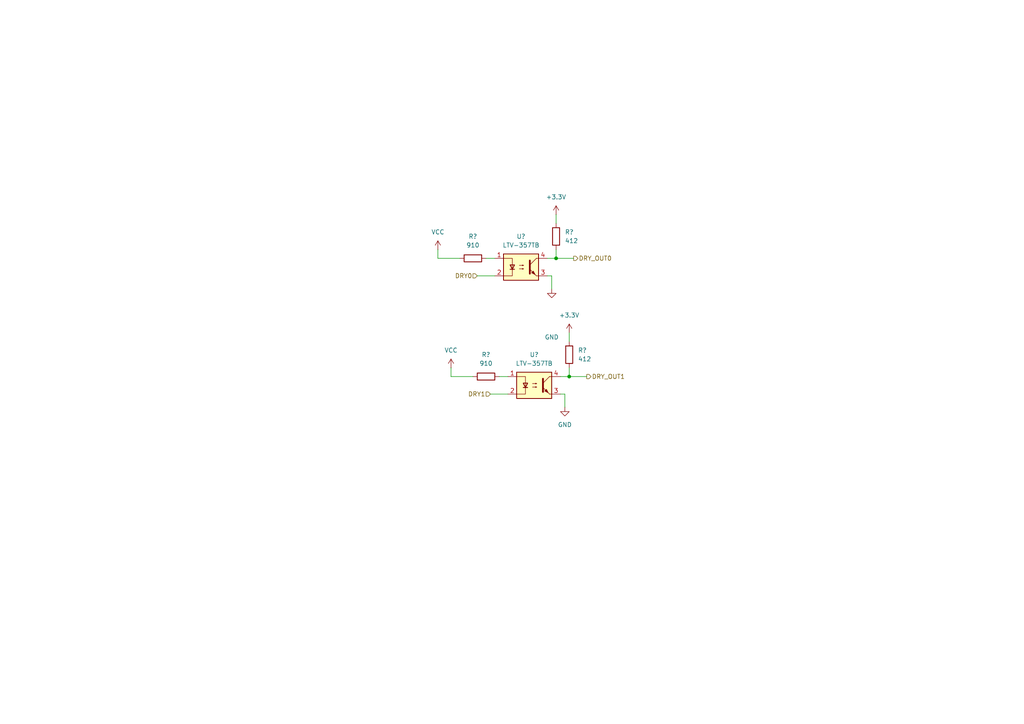
<source format=kicad_sch>
(kicad_sch
	(version 20250114)
	(generator "eeschema")
	(generator_version "9.0")
	(uuid "31d813c0-3519-4fd5-a836-e3af338a3e67")
	(paper "A4")
	(lib_symbols
		(symbol "Device:R"
			(pin_numbers
				(hide yes)
			)
			(pin_names
				(offset 0)
			)
			(exclude_from_sim no)
			(in_bom yes)
			(on_board yes)
			(property "Reference" "R"
				(at 2.032 0 90)
				(effects
					(font
						(size 1.27 1.27)
					)
				)
			)
			(property "Value" "R"
				(at 0 0 90)
				(effects
					(font
						(size 1.27 1.27)
					)
				)
			)
			(property "Footprint" ""
				(at -1.778 0 90)
				(effects
					(font
						(size 1.27 1.27)
					)
					(hide yes)
				)
			)
			(property "Datasheet" "~"
				(at 0 0 0)
				(effects
					(font
						(size 1.27 1.27)
					)
					(hide yes)
				)
			)
			(property "Description" "Resistor"
				(at 0 0 0)
				(effects
					(font
						(size 1.27 1.27)
					)
					(hide yes)
				)
			)
			(property "ki_keywords" "R res resistor"
				(at 0 0 0)
				(effects
					(font
						(size 1.27 1.27)
					)
					(hide yes)
				)
			)
			(property "ki_fp_filters" "R_*"
				(at 0 0 0)
				(effects
					(font
						(size 1.27 1.27)
					)
					(hide yes)
				)
			)
			(symbol "R_0_1"
				(rectangle
					(start -1.016 -2.54)
					(end 1.016 2.54)
					(stroke
						(width 0.254)
						(type default)
					)
					(fill
						(type none)
					)
				)
			)
			(symbol "R_1_1"
				(pin passive line
					(at 0 3.81 270)
					(length 1.27)
					(name "~"
						(effects
							(font
								(size 1.27 1.27)
							)
						)
					)
					(number "1"
						(effects
							(font
								(size 1.27 1.27)
							)
						)
					)
				)
				(pin passive line
					(at 0 -3.81 90)
					(length 1.27)
					(name "~"
						(effects
							(font
								(size 1.27 1.27)
							)
						)
					)
					(number "2"
						(effects
							(font
								(size 1.27 1.27)
							)
						)
					)
				)
			)
			(embedded_fonts no)
		)
		(symbol "Isolator:LTV-357T"
			(pin_names
				(offset 1.016)
			)
			(exclude_from_sim no)
			(in_bom yes)
			(on_board yes)
			(property "Reference" "U"
				(at -5.334 4.826 0)
				(effects
					(font
						(size 1.27 1.27)
					)
					(justify left)
				)
			)
			(property "Value" "LTV-357T"
				(at 0 5.08 0)
				(effects
					(font
						(size 1.27 1.27)
					)
					(justify left)
				)
			)
			(property "Footprint" "Package_SO:SO-4_4.4x3.6mm_P2.54mm"
				(at -5.08 -5.08 0)
				(effects
					(font
						(size 1.27 1.27)
						(italic yes)
					)
					(justify left)
					(hide yes)
				)
			)
			(property "Datasheet" "https://www.buerklin.com/medias/sys_master/download/download/h91/ha0/8892020588574.pdf"
				(at 0 0 0)
				(effects
					(font
						(size 1.27 1.27)
					)
					(justify left)
					(hide yes)
				)
			)
			(property "Description" "DC Optocoupler, Vce 35V, CTR 50%, SO-4"
				(at 0 0 0)
				(effects
					(font
						(size 1.27 1.27)
					)
					(hide yes)
				)
			)
			(property "ki_keywords" "NPN DC Optocoupler"
				(at 0 0 0)
				(effects
					(font
						(size 1.27 1.27)
					)
					(hide yes)
				)
			)
			(property "ki_fp_filters" "SO*4.4x3.6mm*P2.54mm*"
				(at 0 0 0)
				(effects
					(font
						(size 1.27 1.27)
					)
					(hide yes)
				)
			)
			(symbol "LTV-357T_0_1"
				(rectangle
					(start -5.08 3.81)
					(end 5.08 -3.81)
					(stroke
						(width 0.254)
						(type default)
					)
					(fill
						(type background)
					)
				)
				(polyline
					(pts
						(xy -5.08 2.54) (xy -2.54 2.54) (xy -2.54 -0.762)
					)
					(stroke
						(width 0)
						(type default)
					)
					(fill
						(type none)
					)
				)
				(polyline
					(pts
						(xy -3.175 -0.635) (xy -1.905 -0.635)
					)
					(stroke
						(width 0.254)
						(type default)
					)
					(fill
						(type none)
					)
				)
				(polyline
					(pts
						(xy -2.54 -0.635) (xy -2.54 -2.54) (xy -5.08 -2.54)
					)
					(stroke
						(width 0)
						(type default)
					)
					(fill
						(type none)
					)
				)
				(polyline
					(pts
						(xy -2.54 -0.635) (xy -3.175 0.635) (xy -1.905 0.635) (xy -2.54 -0.635)
					)
					(stroke
						(width 0.254)
						(type default)
					)
					(fill
						(type none)
					)
				)
				(polyline
					(pts
						(xy -0.508 0.508) (xy 0.762 0.508) (xy 0.381 0.381) (xy 0.381 0.635) (xy 0.762 0.508)
					)
					(stroke
						(width 0)
						(type default)
					)
					(fill
						(type none)
					)
				)
				(polyline
					(pts
						(xy -0.508 -0.508) (xy 0.762 -0.508) (xy 0.381 -0.635) (xy 0.381 -0.381) (xy 0.762 -0.508)
					)
					(stroke
						(width 0)
						(type default)
					)
					(fill
						(type none)
					)
				)
				(polyline
					(pts
						(xy 2.54 1.905) (xy 2.54 -1.905) (xy 2.54 -1.905)
					)
					(stroke
						(width 0.508)
						(type default)
					)
					(fill
						(type none)
					)
				)
				(polyline
					(pts
						(xy 2.54 0.635) (xy 4.445 2.54)
					)
					(stroke
						(width 0)
						(type default)
					)
					(fill
						(type none)
					)
				)
				(polyline
					(pts
						(xy 3.048 -1.651) (xy 3.556 -1.143) (xy 4.064 -2.159) (xy 3.048 -1.651) (xy 3.048 -1.651)
					)
					(stroke
						(width 0)
						(type default)
					)
					(fill
						(type outline)
					)
				)
				(polyline
					(pts
						(xy 4.445 2.54) (xy 5.08 2.54)
					)
					(stroke
						(width 0)
						(type default)
					)
					(fill
						(type none)
					)
				)
				(polyline
					(pts
						(xy 4.445 -2.54) (xy 2.54 -0.635)
					)
					(stroke
						(width 0)
						(type default)
					)
					(fill
						(type outline)
					)
				)
				(polyline
					(pts
						(xy 4.445 -2.54) (xy 5.08 -2.54)
					)
					(stroke
						(width 0)
						(type default)
					)
					(fill
						(type none)
					)
				)
			)
			(symbol "LTV-357T_1_1"
				(pin passive line
					(at -7.62 2.54 0)
					(length 2.54)
					(name "~"
						(effects
							(font
								(size 1.27 1.27)
							)
						)
					)
					(number "1"
						(effects
							(font
								(size 1.27 1.27)
							)
						)
					)
				)
				(pin passive line
					(at -7.62 -2.54 0)
					(length 2.54)
					(name "~"
						(effects
							(font
								(size 1.27 1.27)
							)
						)
					)
					(number "2"
						(effects
							(font
								(size 1.27 1.27)
							)
						)
					)
				)
				(pin passive line
					(at 7.62 2.54 180)
					(length 2.54)
					(name "~"
						(effects
							(font
								(size 1.27 1.27)
							)
						)
					)
					(number "4"
						(effects
							(font
								(size 1.27 1.27)
							)
						)
					)
				)
				(pin passive line
					(at 7.62 -2.54 180)
					(length 2.54)
					(name "~"
						(effects
							(font
								(size 1.27 1.27)
							)
						)
					)
					(number "3"
						(effects
							(font
								(size 1.27 1.27)
							)
						)
					)
				)
			)
			(embedded_fonts no)
		)
		(symbol "power:+3.3V"
			(power)
			(pin_numbers
				(hide yes)
			)
			(pin_names
				(offset 0)
				(hide yes)
			)
			(exclude_from_sim no)
			(in_bom yes)
			(on_board yes)
			(property "Reference" "#PWR"
				(at 0 -3.81 0)
				(effects
					(font
						(size 1.27 1.27)
					)
					(hide yes)
				)
			)
			(property "Value" "+3.3V"
				(at 0 3.556 0)
				(effects
					(font
						(size 1.27 1.27)
					)
				)
			)
			(property "Footprint" ""
				(at 0 0 0)
				(effects
					(font
						(size 1.27 1.27)
					)
					(hide yes)
				)
			)
			(property "Datasheet" ""
				(at 0 0 0)
				(effects
					(font
						(size 1.27 1.27)
					)
					(hide yes)
				)
			)
			(property "Description" "Power symbol creates a global label with name \"+3.3V\""
				(at 0 0 0)
				(effects
					(font
						(size 1.27 1.27)
					)
					(hide yes)
				)
			)
			(property "ki_keywords" "global power"
				(at 0 0 0)
				(effects
					(font
						(size 1.27 1.27)
					)
					(hide yes)
				)
			)
			(symbol "+3.3V_0_1"
				(polyline
					(pts
						(xy -0.762 1.27) (xy 0 2.54)
					)
					(stroke
						(width 0)
						(type default)
					)
					(fill
						(type none)
					)
				)
				(polyline
					(pts
						(xy 0 2.54) (xy 0.762 1.27)
					)
					(stroke
						(width 0)
						(type default)
					)
					(fill
						(type none)
					)
				)
				(polyline
					(pts
						(xy 0 0) (xy 0 2.54)
					)
					(stroke
						(width 0)
						(type default)
					)
					(fill
						(type none)
					)
				)
			)
			(symbol "+3.3V_1_1"
				(pin power_in line
					(at 0 0 90)
					(length 0)
					(name "~"
						(effects
							(font
								(size 1.27 1.27)
							)
						)
					)
					(number "1"
						(effects
							(font
								(size 1.27 1.27)
							)
						)
					)
				)
			)
			(embedded_fonts no)
		)
		(symbol "power:GND"
			(power)
			(pin_numbers
				(hide yes)
			)
			(pin_names
				(offset 0)
				(hide yes)
			)
			(exclude_from_sim no)
			(in_bom yes)
			(on_board yes)
			(property "Reference" "#PWR"
				(at 0 -6.35 0)
				(effects
					(font
						(size 1.27 1.27)
					)
					(hide yes)
				)
			)
			(property "Value" "GND"
				(at 0 -3.81 0)
				(effects
					(font
						(size 1.27 1.27)
					)
				)
			)
			(property "Footprint" ""
				(at 0 0 0)
				(effects
					(font
						(size 1.27 1.27)
					)
					(hide yes)
				)
			)
			(property "Datasheet" ""
				(at 0 0 0)
				(effects
					(font
						(size 1.27 1.27)
					)
					(hide yes)
				)
			)
			(property "Description" "Power symbol creates a global label with name \"GND\" , ground"
				(at 0 0 0)
				(effects
					(font
						(size 1.27 1.27)
					)
					(hide yes)
				)
			)
			(property "ki_keywords" "global power"
				(at 0 0 0)
				(effects
					(font
						(size 1.27 1.27)
					)
					(hide yes)
				)
			)
			(symbol "GND_0_1"
				(polyline
					(pts
						(xy 0 0) (xy 0 -1.27) (xy 1.27 -1.27) (xy 0 -2.54) (xy -1.27 -1.27) (xy 0 -1.27)
					)
					(stroke
						(width 0)
						(type default)
					)
					(fill
						(type none)
					)
				)
			)
			(symbol "GND_1_1"
				(pin power_in line
					(at 0 0 270)
					(length 0)
					(name "~"
						(effects
							(font
								(size 1.27 1.27)
							)
						)
					)
					(number "1"
						(effects
							(font
								(size 1.27 1.27)
							)
						)
					)
				)
			)
			(embedded_fonts no)
		)
		(symbol "power:VCC"
			(power)
			(pin_numbers
				(hide yes)
			)
			(pin_names
				(offset 0)
				(hide yes)
			)
			(exclude_from_sim no)
			(in_bom yes)
			(on_board yes)
			(property "Reference" "#PWR"
				(at 0 -3.81 0)
				(effects
					(font
						(size 1.27 1.27)
					)
					(hide yes)
				)
			)
			(property "Value" "VCC"
				(at 0 3.556 0)
				(effects
					(font
						(size 1.27 1.27)
					)
				)
			)
			(property "Footprint" ""
				(at 0 0 0)
				(effects
					(font
						(size 1.27 1.27)
					)
					(hide yes)
				)
			)
			(property "Datasheet" ""
				(at 0 0 0)
				(effects
					(font
						(size 1.27 1.27)
					)
					(hide yes)
				)
			)
			(property "Description" "Power symbol creates a global label with name \"VCC\""
				(at 0 0 0)
				(effects
					(font
						(size 1.27 1.27)
					)
					(hide yes)
				)
			)
			(property "ki_keywords" "global power"
				(at 0 0 0)
				(effects
					(font
						(size 1.27 1.27)
					)
					(hide yes)
				)
			)
			(symbol "VCC_0_1"
				(polyline
					(pts
						(xy -0.762 1.27) (xy 0 2.54)
					)
					(stroke
						(width 0)
						(type default)
					)
					(fill
						(type none)
					)
				)
				(polyline
					(pts
						(xy 0 2.54) (xy 0.762 1.27)
					)
					(stroke
						(width 0)
						(type default)
					)
					(fill
						(type none)
					)
				)
				(polyline
					(pts
						(xy 0 0) (xy 0 2.54)
					)
					(stroke
						(width 0)
						(type default)
					)
					(fill
						(type none)
					)
				)
			)
			(symbol "VCC_1_1"
				(pin power_in line
					(at 0 0 90)
					(length 0)
					(name "~"
						(effects
							(font
								(size 1.27 1.27)
							)
						)
					)
					(number "1"
						(effects
							(font
								(size 1.27 1.27)
							)
						)
					)
				)
			)
			(embedded_fonts no)
		)
	)
	(junction
		(at 165.1 109.22)
		(diameter 0)
		(color 0 0 0 0)
		(uuid "17fb3a03-1e74-4ca3-ae9f-9ede7adeb6ca")
	)
	(junction
		(at 161.29 74.93)
		(diameter 0)
		(color 0 0 0 0)
		(uuid "bb019292-45bd-4871-9197-493c2c605e21")
	)
	(wire
		(pts
			(xy 165.1 109.22) (xy 170.18 109.22)
		)
		(stroke
			(width 0)
			(type default)
		)
		(uuid "0a350830-0cc0-4f2a-a17c-87ef28f70240")
	)
	(wire
		(pts
			(xy 127 74.93) (xy 133.35 74.93)
		)
		(stroke
			(width 0)
			(type default)
		)
		(uuid "0af8aba1-6da1-4412-a73e-b8464488487f")
	)
	(wire
		(pts
			(xy 130.81 109.22) (xy 137.16 109.22)
		)
		(stroke
			(width 0)
			(type default)
		)
		(uuid "489c056c-c93c-42c0-a07a-e21a7ff4237b")
	)
	(wire
		(pts
			(xy 161.29 62.23) (xy 161.29 64.77)
		)
		(stroke
			(width 0)
			(type default)
		)
		(uuid "496919ab-8d1a-4f7e-92c9-3fbed15b24d3")
	)
	(wire
		(pts
			(xy 144.78 109.22) (xy 147.32 109.22)
		)
		(stroke
			(width 0)
			(type default)
		)
		(uuid "4cfc7a08-8044-457b-8ccb-961e49c41555")
	)
	(wire
		(pts
			(xy 161.29 74.93) (xy 161.29 72.39)
		)
		(stroke
			(width 0)
			(type default)
		)
		(uuid "57f63424-4dab-44a6-816c-12084a9adb5f")
	)
	(wire
		(pts
			(xy 138.43 80.01) (xy 143.51 80.01)
		)
		(stroke
			(width 0)
			(type default)
		)
		(uuid "6d795573-2562-4fb7-afd7-383f0c598040")
	)
	(wire
		(pts
			(xy 140.97 74.93) (xy 143.51 74.93)
		)
		(stroke
			(width 0)
			(type default)
		)
		(uuid "774e46ef-fce7-49a2-8be6-b08815428ea8")
	)
	(wire
		(pts
			(xy 130.81 106.68) (xy 130.81 109.22)
		)
		(stroke
			(width 0)
			(type default)
		)
		(uuid "81fa8897-0bcc-41d4-a133-1b39605f16f6")
	)
	(wire
		(pts
			(xy 127 72.39) (xy 127 74.93)
		)
		(stroke
			(width 0)
			(type default)
		)
		(uuid "92562888-d9cb-4bc1-a12d-f80bdf124145")
	)
	(wire
		(pts
			(xy 163.83 118.11) (xy 163.83 114.3)
		)
		(stroke
			(width 0)
			(type default)
		)
		(uuid "939e6223-1da2-4dfb-b7ab-b07c453994f1")
	)
	(wire
		(pts
			(xy 158.75 74.93) (xy 161.29 74.93)
		)
		(stroke
			(width 0)
			(type default)
		)
		(uuid "9cbf7884-f9ef-468c-b48f-941454b24960")
	)
	(wire
		(pts
			(xy 162.56 109.22) (xy 165.1 109.22)
		)
		(stroke
			(width 0)
			(type default)
		)
		(uuid "a103405d-14a4-4ac3-af30-c08aa92db371")
	)
	(wire
		(pts
			(xy 142.24 114.3) (xy 147.32 114.3)
		)
		(stroke
			(width 0)
			(type default)
		)
		(uuid "aab1eecf-e5bc-4c64-b1d7-737b1276c079")
	)
	(wire
		(pts
			(xy 160.02 83.82) (xy 160.02 80.01)
		)
		(stroke
			(width 0)
			(type default)
		)
		(uuid "b896aca2-e550-420d-a64f-f725209b64d9")
	)
	(wire
		(pts
			(xy 161.29 74.93) (xy 166.37 74.93)
		)
		(stroke
			(width 0)
			(type default)
		)
		(uuid "bbe7e77e-1008-4437-9a64-4b55190fb024")
	)
	(wire
		(pts
			(xy 163.83 114.3) (xy 162.56 114.3)
		)
		(stroke
			(width 0)
			(type default)
		)
		(uuid "cad171cc-0ff9-4653-8dfd-7700db0e8018")
	)
	(wire
		(pts
			(xy 165.1 96.52) (xy 165.1 99.06)
		)
		(stroke
			(width 0)
			(type default)
		)
		(uuid "e9af7a50-46c5-4ac9-9b46-9718fe11d44c")
	)
	(wire
		(pts
			(xy 160.02 80.01) (xy 158.75 80.01)
		)
		(stroke
			(width 0)
			(type default)
		)
		(uuid "eea65538-504d-40ec-bae2-88ff3bf0e5aa")
	)
	(wire
		(pts
			(xy 165.1 109.22) (xy 165.1 106.68)
		)
		(stroke
			(width 0)
			(type default)
		)
		(uuid "f20ca3a3-dd8c-49d3-b00e-674c66794f74")
	)
	(hierarchical_label "DRY_OUT0"
		(shape output)
		(at 166.37 74.93 0)
		(effects
			(font
				(size 1.27 1.27)
			)
			(justify left)
		)
		(uuid "5947acb7-aa23-4a0d-8033-26b0b2366a1c")
	)
	(hierarchical_label "DRY1"
		(shape input)
		(at 142.24 114.3 180)
		(effects
			(font
				(size 1.27 1.27)
			)
			(justify right)
		)
		(uuid "9227c51b-c70b-4c7e-bbd3-69eb193aab7d")
	)
	(hierarchical_label "DRY_OUT1"
		(shape output)
		(at 170.18 109.22 0)
		(effects
			(font
				(size 1.27 1.27)
			)
			(justify left)
		)
		(uuid "e61caad3-fe25-4324-bb14-cb3a2db0aa20")
	)
	(hierarchical_label "DRY0"
		(shape input)
		(at 138.43 80.01 180)
		(effects
			(font
				(size 1.27 1.27)
			)
			(justify right)
		)
		(uuid "f3413a76-14a1-4182-81d4-a55d28eac864")
	)
	(symbol
		(lib_id "Device:R")
		(at 161.29 68.58 180)
		(unit 1)
		(exclude_from_sim no)
		(in_bom yes)
		(on_board yes)
		(dnp no)
		(fields_autoplaced yes)
		(uuid "358a3407-699a-449b-8f94-0b1618813dc5")
		(property "Reference" "R?"
			(at 163.83 67.3099 0)
			(effects
				(font
					(size 1.27 1.27)
				)
				(justify right)
			)
		)
		(property "Value" "412"
			(at 163.83 69.8499 0)
			(effects
				(font
					(size 1.27 1.27)
				)
				(justify right)
			)
		)
		(property "Footprint" "Resistor_SMD:R_0603_1608Metric"
			(at 163.068 68.58 90)
			(effects
				(font
					(size 1.27 1.27)
				)
				(hide yes)
			)
		)
		(property "Datasheet" "~"
			(at 161.29 68.58 0)
			(effects
				(font
					(size 1.27 1.27)
				)
				(hide yes)
			)
		)
		(property "Description" "Resistor"
			(at 161.29 68.58 0)
			(effects
				(font
					(size 1.27 1.27)
				)
				(hide yes)
			)
		)
		(pin "1"
			(uuid "a3dbcf10-af81-491e-9a53-edc1a9ba2e7b")
		)
		(pin "2"
			(uuid "e6f0e4ab-0026-490b-bdd7-fb918463cffb")
		)
		(instances
			(project "Entrada_dry"
				(path "/31d813c0-3519-4fd5-a836-e3af338a3e67"
					(reference "R?")
					(unit 1)
				)
			)
			(project "NIVARA"
				(path "/8290cc18-06d0-4e02-a781-29a61ebc321a/9e4d7a0c-a5eb-4e88-9036-0c35e68b279a/2ac137b5-1347-46a5-b780-a606790c1a93"
					(reference "R19")
					(unit 1)
				)
			)
			(project "NIVARA_ZorionX_BOARD"
				(path "/8e19332e-3534-4a04-99a8-04957ac8928f/2ac137b5-1347-46a5-b780-a606790c1a93"
					(reference "R?")
					(unit 1)
				)
			)
		)
	)
	(symbol
		(lib_id "power:+3.3V")
		(at 161.29 62.23 0)
		(unit 1)
		(exclude_from_sim no)
		(in_bom yes)
		(on_board yes)
		(dnp no)
		(fields_autoplaced yes)
		(uuid "43d2a63a-8791-4041-a987-4fadb05ac615")
		(property "Reference" "#PWR?"
			(at 161.29 66.04 0)
			(effects
				(font
					(size 1.27 1.27)
				)
				(hide yes)
			)
		)
		(property "Value" "+3.3V"
			(at 161.29 57.15 0)
			(effects
				(font
					(size 1.27 1.27)
				)
			)
		)
		(property "Footprint" ""
			(at 161.29 62.23 0)
			(effects
				(font
					(size 1.27 1.27)
				)
				(hide yes)
			)
		)
		(property "Datasheet" ""
			(at 161.29 62.23 0)
			(effects
				(font
					(size 1.27 1.27)
				)
				(hide yes)
			)
		)
		(property "Description" "Power symbol creates a global label with name \"+3.3V\""
			(at 161.29 62.23 0)
			(effects
				(font
					(size 1.27 1.27)
				)
				(hide yes)
			)
		)
		(pin "1"
			(uuid "f4150437-3b6f-4d2a-8058-1313413c74c8")
		)
		(instances
			(project "Entrada_dry"
				(path "/31d813c0-3519-4fd5-a836-e3af338a3e67"
					(reference "#PWR?")
					(unit 1)
				)
			)
			(project "NIVARA"
				(path "/8290cc18-06d0-4e02-a781-29a61ebc321a/9e4d7a0c-a5eb-4e88-9036-0c35e68b279a/2ac137b5-1347-46a5-b780-a606790c1a93"
					(reference "#PWR046")
					(unit 1)
				)
			)
			(project "NIVARA_ZorionX_BOARD"
				(path "/8e19332e-3534-4a04-99a8-04957ac8928f/2ac137b5-1347-46a5-b780-a606790c1a93"
					(reference "#PWR?")
					(unit 1)
				)
			)
		)
	)
	(symbol
		(lib_id "power:+3.3V")
		(at 165.1 96.52 0)
		(unit 1)
		(exclude_from_sim no)
		(in_bom yes)
		(on_board yes)
		(dnp no)
		(fields_autoplaced yes)
		(uuid "515384e8-a0b6-43b5-a391-74963c0a40c4")
		(property "Reference" "#PWR?"
			(at 165.1 100.33 0)
			(effects
				(font
					(size 1.27 1.27)
				)
				(hide yes)
			)
		)
		(property "Value" "+3.3V"
			(at 165.1 91.44 0)
			(effects
				(font
					(size 1.27 1.27)
				)
			)
		)
		(property "Footprint" ""
			(at 165.1 96.52 0)
			(effects
				(font
					(size 1.27 1.27)
				)
				(hide yes)
			)
		)
		(property "Datasheet" ""
			(at 165.1 96.52 0)
			(effects
				(font
					(size 1.27 1.27)
				)
				(hide yes)
			)
		)
		(property "Description" "Power symbol creates a global label with name \"+3.3V\""
			(at 165.1 96.52 0)
			(effects
				(font
					(size 1.27 1.27)
				)
				(hide yes)
			)
		)
		(pin "1"
			(uuid "ff07c4d4-6502-4fdb-8b8c-184ad6761029")
		)
		(instances
			(project "Entrada_dry"
				(path "/31d813c0-3519-4fd5-a836-e3af338a3e67"
					(reference "#PWR?")
					(unit 1)
				)
			)
			(project "NIVARA"
				(path "/8290cc18-06d0-4e02-a781-29a61ebc321a/9e4d7a0c-a5eb-4e88-9036-0c35e68b279a/2ac137b5-1347-46a5-b780-a606790c1a93"
					(reference "#PWR048")
					(unit 1)
				)
			)
			(project "NIVARA_ZorionX_BOARD"
				(path "/8e19332e-3534-4a04-99a8-04957ac8928f/2ac137b5-1347-46a5-b780-a606790c1a93"
					(reference "#PWR?")
					(unit 1)
				)
			)
		)
	)
	(symbol
		(lib_id "power:VCC")
		(at 127 72.39 0)
		(unit 1)
		(exclude_from_sim no)
		(in_bom yes)
		(on_board yes)
		(dnp no)
		(fields_autoplaced yes)
		(uuid "5b957901-846e-4717-87bd-00d657e0689b")
		(property "Reference" "#PWR?"
			(at 127 76.2 0)
			(effects
				(font
					(size 1.27 1.27)
				)
				(hide yes)
			)
		)
		(property "Value" "VCC"
			(at 127 67.31 0)
			(effects
				(font
					(size 1.27 1.27)
				)
			)
		)
		(property "Footprint" ""
			(at 127 72.39 0)
			(effects
				(font
					(size 1.27 1.27)
				)
				(hide yes)
			)
		)
		(property "Datasheet" ""
			(at 127 72.39 0)
			(effects
				(font
					(size 1.27 1.27)
				)
				(hide yes)
			)
		)
		(property "Description" "Power symbol creates a global label with name \"VCC\""
			(at 127 72.39 0)
			(effects
				(font
					(size 1.27 1.27)
				)
				(hide yes)
			)
		)
		(pin "1"
			(uuid "e05993cf-8081-4d96-bdb4-166486b43f9d")
		)
		(instances
			(project "Entrada_dry"
				(path "/31d813c0-3519-4fd5-a836-e3af338a3e67"
					(reference "#PWR?")
					(unit 1)
				)
			)
			(project ""
				(path "/8290cc18-06d0-4e02-a781-29a61ebc321a/9e4d7a0c-a5eb-4e88-9036-0c35e68b279a/2ac137b5-1347-46a5-b780-a606790c1a93"
					(reference "#PWR043")
					(unit 1)
				)
			)
			(project "NIVARA_ZorionX_BOARD"
				(path "/8e19332e-3534-4a04-99a8-04957ac8928f/2ac137b5-1347-46a5-b780-a606790c1a93"
					(reference "#PWR?")
					(unit 1)
				)
			)
		)
	)
	(symbol
		(lib_id "Isolator:LTV-357T")
		(at 151.13 77.47 0)
		(unit 1)
		(exclude_from_sim no)
		(in_bom yes)
		(on_board yes)
		(dnp no)
		(fields_autoplaced yes)
		(uuid "8941b3df-0541-422d-8b8d-b7d5eaa80e50")
		(property "Reference" "U?"
			(at 151.13 68.58 0)
			(effects
				(font
					(size 1.27 1.27)
				)
			)
		)
		(property "Value" "LTV-357TB"
			(at 151.13 71.12 0)
			(effects
				(font
					(size 1.27 1.27)
				)
			)
		)
		(property "Footprint" "Package_SO:SO-4_4.4x3.6mm_P2.54mm"
			(at 146.05 82.55 0)
			(effects
				(font
					(size 1.27 1.27)
					(italic yes)
				)
				(justify left)
				(hide yes)
			)
		)
		(property "Datasheet" "https://www.buerklin.com/medias/sys_master/download/download/h91/ha0/8892020588574.pdf"
			(at 151.13 77.47 0)
			(effects
				(font
					(size 1.27 1.27)
				)
				(justify left)
				(hide yes)
			)
		)
		(property "Description" "DC Optocoupler, Vce 35V, CTR 50%, SO-4"
			(at 151.13 77.47 0)
			(effects
				(font
					(size 1.27 1.27)
				)
				(hide yes)
			)
		)
		(pin "3"
			(uuid "d398a175-b7a8-4eb7-8193-6551d94ee85c")
		)
		(pin "1"
			(uuid "10d552bf-ee51-4f11-bf5e-4a0f6649795a")
		)
		(pin "2"
			(uuid "96c47374-73ea-4071-85c2-dded1a153366")
		)
		(pin "4"
			(uuid "33c9c732-4990-4709-8943-fe582073e77d")
		)
		(instances
			(project "Entrada_dry"
				(path "/31d813c0-3519-4fd5-a836-e3af338a3e67"
					(reference "U?")
					(unit 1)
				)
			)
			(project "NIVARA"
				(path "/8290cc18-06d0-4e02-a781-29a61ebc321a/9e4d7a0c-a5eb-4e88-9036-0c35e68b279a/2ac137b5-1347-46a5-b780-a606790c1a93"
					(reference "U8")
					(unit 1)
				)
			)
			(project "NIVARA_ZorionX_BOARD"
				(path "/8e19332e-3534-4a04-99a8-04957ac8928f/2ac137b5-1347-46a5-b780-a606790c1a93"
					(reference "U?")
					(unit 1)
				)
			)
		)
	)
	(symbol
		(lib_id "Device:R")
		(at 165.1 102.87 180)
		(unit 1)
		(exclude_from_sim no)
		(in_bom yes)
		(on_board yes)
		(dnp no)
		(fields_autoplaced yes)
		(uuid "8f920f08-0501-490e-b9ec-230fea39de69")
		(property "Reference" "R?"
			(at 167.64 101.5999 0)
			(effects
				(font
					(size 1.27 1.27)
				)
				(justify right)
			)
		)
		(property "Value" "412"
			(at 167.64 104.1399 0)
			(effects
				(font
					(size 1.27 1.27)
				)
				(justify right)
			)
		)
		(property "Footprint" "Resistor_SMD:R_0603_1608Metric"
			(at 166.878 102.87 90)
			(effects
				(font
					(size 1.27 1.27)
				)
				(hide yes)
			)
		)
		(property "Datasheet" "~"
			(at 165.1 102.87 0)
			(effects
				(font
					(size 1.27 1.27)
				)
				(hide yes)
			)
		)
		(property "Description" "Resistor"
			(at 165.1 102.87 0)
			(effects
				(font
					(size 1.27 1.27)
				)
				(hide yes)
			)
		)
		(pin "1"
			(uuid "5f634ea2-2ed1-47a8-94db-f2cdc200aa4e")
		)
		(pin "2"
			(uuid "b1c645b3-cd8b-4c75-95eb-9652e8d88576")
		)
		(instances
			(project "Entrada_dry"
				(path "/31d813c0-3519-4fd5-a836-e3af338a3e67"
					(reference "R?")
					(unit 1)
				)
			)
			(project "NIVARA"
				(path "/8290cc18-06d0-4e02-a781-29a61ebc321a/9e4d7a0c-a5eb-4e88-9036-0c35e68b279a/2ac137b5-1347-46a5-b780-a606790c1a93"
					(reference "R20")
					(unit 1)
				)
			)
			(project "NIVARA_ZorionX_BOARD"
				(path "/8e19332e-3534-4a04-99a8-04957ac8928f/2ac137b5-1347-46a5-b780-a606790c1a93"
					(reference "R?")
					(unit 1)
				)
			)
		)
	)
	(symbol
		(lib_id "Device:R")
		(at 137.16 74.93 90)
		(unit 1)
		(exclude_from_sim no)
		(in_bom yes)
		(on_board yes)
		(dnp no)
		(fields_autoplaced yes)
		(uuid "9b8b309d-8756-4545-9967-c26c9642e73c")
		(property "Reference" "R?"
			(at 137.16 68.58 90)
			(effects
				(font
					(size 1.27 1.27)
				)
			)
		)
		(property "Value" "910"
			(at 137.16 71.12 90)
			(effects
				(font
					(size 1.27 1.27)
				)
			)
		)
		(property "Footprint" "Resistor_SMD:R_0603_1608Metric"
			(at 137.16 76.708 90)
			(effects
				(font
					(size 1.27 1.27)
				)
				(hide yes)
			)
		)
		(property "Datasheet" "~"
			(at 137.16 74.93 0)
			(effects
				(font
					(size 1.27 1.27)
				)
				(hide yes)
			)
		)
		(property "Description" "Resistor"
			(at 137.16 74.93 0)
			(effects
				(font
					(size 1.27 1.27)
				)
				(hide yes)
			)
		)
		(property "LCSC#" "C114670"
			(at 137.16 74.93 90)
			(effects
				(font
					(size 1.27 1.27)
				)
				(hide yes)
			)
		)
		(pin "1"
			(uuid "c04e6976-b35b-429a-bf3f-3b69dccb7b9f")
		)
		(pin "2"
			(uuid "06394ec1-ac1a-4f4d-82aa-4c8f2c291a91")
		)
		(instances
			(project "Entrada_dry"
				(path "/31d813c0-3519-4fd5-a836-e3af338a3e67"
					(reference "R?")
					(unit 1)
				)
			)
			(project "NIVARA"
				(path "/8290cc18-06d0-4e02-a781-29a61ebc321a/9e4d7a0c-a5eb-4e88-9036-0c35e68b279a/2ac137b5-1347-46a5-b780-a606790c1a93"
					(reference "R17")
					(unit 1)
				)
			)
			(project "NIVARA_ZorionX_BOARD"
				(path "/8e19332e-3534-4a04-99a8-04957ac8928f/2ac137b5-1347-46a5-b780-a606790c1a93"
					(reference "R?")
					(unit 1)
				)
			)
		)
	)
	(symbol
		(lib_id "Device:R")
		(at 140.97 109.22 90)
		(unit 1)
		(exclude_from_sim no)
		(in_bom yes)
		(on_board yes)
		(dnp no)
		(fields_autoplaced yes)
		(uuid "a1eb8860-1fd9-48cb-9d1a-78190e546557")
		(property "Reference" "R?"
			(at 140.97 102.87 90)
			(effects
				(font
					(size 1.27 1.27)
				)
			)
		)
		(property "Value" "910"
			(at 140.97 105.41 90)
			(effects
				(font
					(size 1.27 1.27)
				)
			)
		)
		(property "Footprint" "Resistor_SMD:R_0603_1608Metric"
			(at 140.97 110.998 90)
			(effects
				(font
					(size 1.27 1.27)
				)
				(hide yes)
			)
		)
		(property "Datasheet" "~"
			(at 140.97 109.22 0)
			(effects
				(font
					(size 1.27 1.27)
				)
				(hide yes)
			)
		)
		(property "Description" "Resistor"
			(at 140.97 109.22 0)
			(effects
				(font
					(size 1.27 1.27)
				)
				(hide yes)
			)
		)
		(property "LCSC#" "C114670"
			(at 140.97 109.22 90)
			(effects
				(font
					(size 1.27 1.27)
				)
				(hide yes)
			)
		)
		(pin "1"
			(uuid "68e9a137-5698-4820-ba00-f4d0ba292513")
		)
		(pin "2"
			(uuid "bbc7be1e-06cf-41de-9735-7b0c11de5c3a")
		)
		(instances
			(project "Entrada_dry"
				(path "/31d813c0-3519-4fd5-a836-e3af338a3e67"
					(reference "R?")
					(unit 1)
				)
			)
			(project "NIVARA"
				(path "/8290cc18-06d0-4e02-a781-29a61ebc321a/9e4d7a0c-a5eb-4e88-9036-0c35e68b279a/2ac137b5-1347-46a5-b780-a606790c1a93"
					(reference "R18")
					(unit 1)
				)
			)
			(project "NIVARA_ZorionX_BOARD"
				(path "/8e19332e-3534-4a04-99a8-04957ac8928f/2ac137b5-1347-46a5-b780-a606790c1a93"
					(reference "R?")
					(unit 1)
				)
			)
		)
	)
	(symbol
		(lib_id "power:GND")
		(at 160.02 83.82 0)
		(unit 1)
		(exclude_from_sim no)
		(in_bom yes)
		(on_board yes)
		(dnp no)
		(uuid "ac77745a-014e-424a-ba49-347c4b6959e4")
		(property "Reference" "#PWR?"
			(at 160.02 90.17 0)
			(effects
				(font
					(size 1.27 1.27)
				)
				(hide yes)
			)
		)
		(property "Value" "GND"
			(at 160.02 97.79 0)
			(effects
				(font
					(size 1.27 1.27)
				)
			)
		)
		(property "Footprint" ""
			(at 160.02 83.82 0)
			(effects
				(font
					(size 1.27 1.27)
				)
				(hide yes)
			)
		)
		(property "Datasheet" ""
			(at 160.02 83.82 0)
			(effects
				(font
					(size 1.27 1.27)
				)
				(hide yes)
			)
		)
		(property "Description" "Power symbol creates a global label with name \"GND\" , ground"
			(at 160.02 83.82 0)
			(effects
				(font
					(size 1.27 1.27)
				)
				(hide yes)
			)
		)
		(pin "1"
			(uuid "3ad1c69d-348e-4cc3-82b3-6bb3132c8356")
		)
		(instances
			(project "Entrada_dry"
				(path "/31d813c0-3519-4fd5-a836-e3af338a3e67"
					(reference "#PWR?")
					(unit 1)
				)
			)
			(project "NIVARA"
				(path "/8290cc18-06d0-4e02-a781-29a61ebc321a/9e4d7a0c-a5eb-4e88-9036-0c35e68b279a/2ac137b5-1347-46a5-b780-a606790c1a93"
					(reference "#PWR045")
					(unit 1)
				)
			)
			(project "NIVARA_ZorionX_BOARD"
				(path "/8e19332e-3534-4a04-99a8-04957ac8928f/2ac137b5-1347-46a5-b780-a606790c1a93"
					(reference "#PWR?")
					(unit 1)
				)
			)
		)
	)
	(symbol
		(lib_id "power:GND")
		(at 163.83 118.11 0)
		(unit 1)
		(exclude_from_sim no)
		(in_bom yes)
		(on_board yes)
		(dnp no)
		(fields_autoplaced yes)
		(uuid "d22b6c30-7b6f-485e-8b21-5fbd33af130f")
		(property "Reference" "#PWR?"
			(at 163.83 124.46 0)
			(effects
				(font
					(size 1.27 1.27)
				)
				(hide yes)
			)
		)
		(property "Value" "GND"
			(at 163.83 123.19 0)
			(effects
				(font
					(size 1.27 1.27)
				)
			)
		)
		(property "Footprint" ""
			(at 163.83 118.11 0)
			(effects
				(font
					(size 1.27 1.27)
				)
				(hide yes)
			)
		)
		(property "Datasheet" ""
			(at 163.83 118.11 0)
			(effects
				(font
					(size 1.27 1.27)
				)
				(hide yes)
			)
		)
		(property "Description" "Power symbol creates a global label with name \"GND\" , ground"
			(at 163.83 118.11 0)
			(effects
				(font
					(size 1.27 1.27)
				)
				(hide yes)
			)
		)
		(pin "1"
			(uuid "6d8a03ec-8f3c-4c11-a5de-0956a777f94f")
		)
		(instances
			(project "Entrada_dry"
				(path "/31d813c0-3519-4fd5-a836-e3af338a3e67"
					(reference "#PWR?")
					(unit 1)
				)
			)
			(project "NIVARA"
				(path "/8290cc18-06d0-4e02-a781-29a61ebc321a/9e4d7a0c-a5eb-4e88-9036-0c35e68b279a/2ac137b5-1347-46a5-b780-a606790c1a93"
					(reference "#PWR047")
					(unit 1)
				)
			)
			(project "NIVARA_ZorionX_BOARD"
				(path "/8e19332e-3534-4a04-99a8-04957ac8928f/2ac137b5-1347-46a5-b780-a606790c1a93"
					(reference "#PWR?")
					(unit 1)
				)
			)
		)
	)
	(symbol
		(lib_id "Isolator:LTV-357T")
		(at 154.94 111.76 0)
		(unit 1)
		(exclude_from_sim no)
		(in_bom yes)
		(on_board yes)
		(dnp no)
		(fields_autoplaced yes)
		(uuid "dbe8753d-1c00-47d0-ac20-3e2b515fb6b8")
		(property "Reference" "U?"
			(at 154.94 102.87 0)
			(effects
				(font
					(size 1.27 1.27)
				)
			)
		)
		(property "Value" "LTV-357TB"
			(at 154.94 105.41 0)
			(effects
				(font
					(size 1.27 1.27)
				)
			)
		)
		(property "Footprint" "Package_SO:SO-4_4.4x3.6mm_P2.54mm"
			(at 149.86 116.84 0)
			(effects
				(font
					(size 1.27 1.27)
					(italic yes)
				)
				(justify left)
				(hide yes)
			)
		)
		(property "Datasheet" "https://www.buerklin.com/medias/sys_master/download/download/h91/ha0/8892020588574.pdf"
			(at 154.94 111.76 0)
			(effects
				(font
					(size 1.27 1.27)
				)
				(justify left)
				(hide yes)
			)
		)
		(property "Description" "DC Optocoupler, Vce 35V, CTR 50%, SO-4"
			(at 154.94 111.76 0)
			(effects
				(font
					(size 1.27 1.27)
				)
				(hide yes)
			)
		)
		(pin "3"
			(uuid "38435426-6f92-43f3-90a4-91ce37b64443")
		)
		(pin "1"
			(uuid "45083ab3-5e5b-45be-afd7-325f389ba47d")
		)
		(pin "2"
			(uuid "eb92de25-0e4b-4f17-a6be-6581d809be22")
		)
		(pin "4"
			(uuid "51e08f23-f29c-46e0-954f-2816d2bd0228")
		)
		(instances
			(project "Entrada_dry"
				(path "/31d813c0-3519-4fd5-a836-e3af338a3e67"
					(reference "U?")
					(unit 1)
				)
			)
			(project "NIVARA"
				(path "/8290cc18-06d0-4e02-a781-29a61ebc321a/9e4d7a0c-a5eb-4e88-9036-0c35e68b279a/2ac137b5-1347-46a5-b780-a606790c1a93"
					(reference "U9")
					(unit 1)
				)
			)
			(project "NIVARA_ZorionX_BOARD"
				(path "/8e19332e-3534-4a04-99a8-04957ac8928f/2ac137b5-1347-46a5-b780-a606790c1a93"
					(reference "U?")
					(unit 1)
				)
			)
		)
	)
	(symbol
		(lib_id "power:VCC")
		(at 130.81 106.68 0)
		(unit 1)
		(exclude_from_sim no)
		(in_bom yes)
		(on_board yes)
		(dnp no)
		(fields_autoplaced yes)
		(uuid "eddf6537-9ca0-4c2b-b65f-3286c168bc02")
		(property "Reference" "#PWR?"
			(at 130.81 110.49 0)
			(effects
				(font
					(size 1.27 1.27)
				)
				(hide yes)
			)
		)
		(property "Value" "VCC"
			(at 130.81 101.6 0)
			(effects
				(font
					(size 1.27 1.27)
				)
			)
		)
		(property "Footprint" ""
			(at 130.81 106.68 0)
			(effects
				(font
					(size 1.27 1.27)
				)
				(hide yes)
			)
		)
		(property "Datasheet" ""
			(at 130.81 106.68 0)
			(effects
				(font
					(size 1.27 1.27)
				)
				(hide yes)
			)
		)
		(property "Description" "Power symbol creates a global label with name \"VCC\""
			(at 130.81 106.68 0)
			(effects
				(font
					(size 1.27 1.27)
				)
				(hide yes)
			)
		)
		(pin "1"
			(uuid "8bef2c54-ba7e-4da3-a141-52068c072062")
		)
		(instances
			(project "Entrada_dry"
				(path "/31d813c0-3519-4fd5-a836-e3af338a3e67"
					(reference "#PWR?")
					(unit 1)
				)
			)
			(project "NIVARA"
				(path "/8290cc18-06d0-4e02-a781-29a61ebc321a/9e4d7a0c-a5eb-4e88-9036-0c35e68b279a/2ac137b5-1347-46a5-b780-a606790c1a93"
					(reference "#PWR044")
					(unit 1)
				)
			)
			(project "NIVARA_ZorionX_BOARD"
				(path "/8e19332e-3534-4a04-99a8-04957ac8928f/2ac137b5-1347-46a5-b780-a606790c1a93"
					(reference "#PWR?")
					(unit 1)
				)
			)
		)
	)
	(sheet_instances
		(path "/"
			(page "1")
		)
	)
	(embedded_fonts no)
)

</source>
